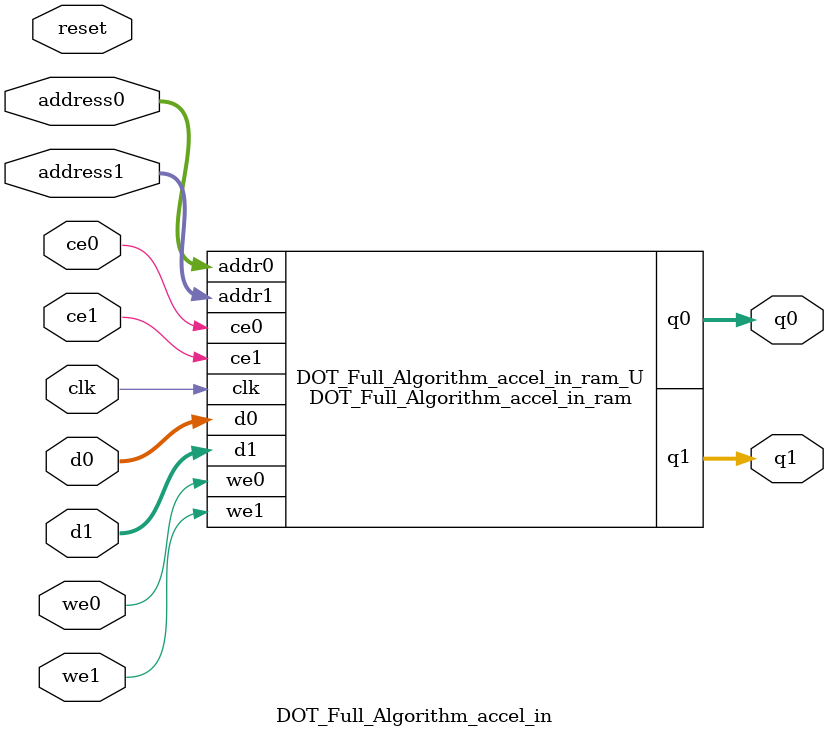
<source format=v>

`timescale 1 ns / 1 ps
module DOT_Full_Algorithm_accel_in_ram (addr0, ce0, d0, we0, q0, addr1, ce1, d1, we1, q1,  clk);

parameter DWIDTH = 32;
parameter AWIDTH = 3;
parameter MEM_SIZE = 6;

input[AWIDTH-1:0] addr0;
input ce0;
input[DWIDTH-1:0] d0;
input we0;
output reg[DWIDTH-1:0] q0;
input[AWIDTH-1:0] addr1;
input ce1;
input[DWIDTH-1:0] d1;
input we1;
output reg[DWIDTH-1:0] q1;
input clk;

(* ram_style = "block" *)reg [DWIDTH-1:0] ram[MEM_SIZE-1:0];




always @(posedge clk)  
begin 
    if (ce0) 
    begin
        if (we0) 
        begin 
            ram[addr0] <= d0; 
            q0 <= d0;
        end 
        else 
            q0 <= ram[addr0];
    end
end


always @(posedge clk)  
begin 
    if (ce1) 
    begin
        if (we1) 
        begin 
            ram[addr1] <= d1; 
            q1 <= d1;
        end 
        else 
            q1 <= ram[addr1];
    end
end


endmodule


`timescale 1 ns / 1 ps
module DOT_Full_Algorithm_accel_in(
    reset,
    clk,
    address0,
    ce0,
    we0,
    d0,
    q0,
    address1,
    ce1,
    we1,
    d1,
    q1);

parameter DataWidth = 32'd32;
parameter AddressRange = 32'd6;
parameter AddressWidth = 32'd3;
input reset;
input clk;
input[AddressWidth - 1:0] address0;
input ce0;
input we0;
input[DataWidth - 1:0] d0;
output[DataWidth - 1:0] q0;
input[AddressWidth - 1:0] address1;
input ce1;
input we1;
input[DataWidth - 1:0] d1;
output[DataWidth - 1:0] q1;



DOT_Full_Algorithm_accel_in_ram DOT_Full_Algorithm_accel_in_ram_U(
    .clk( clk ),
    .addr0( address0 ),
    .ce0( ce0 ),
    .d0( d0 ),
    .we0( we0 ),
    .q0( q0 ),
    .addr1( address1 ),
    .ce1( ce1 ),
    .d1( d1 ),
    .we1( we1 ),
    .q1( q1 ));

endmodule


</source>
